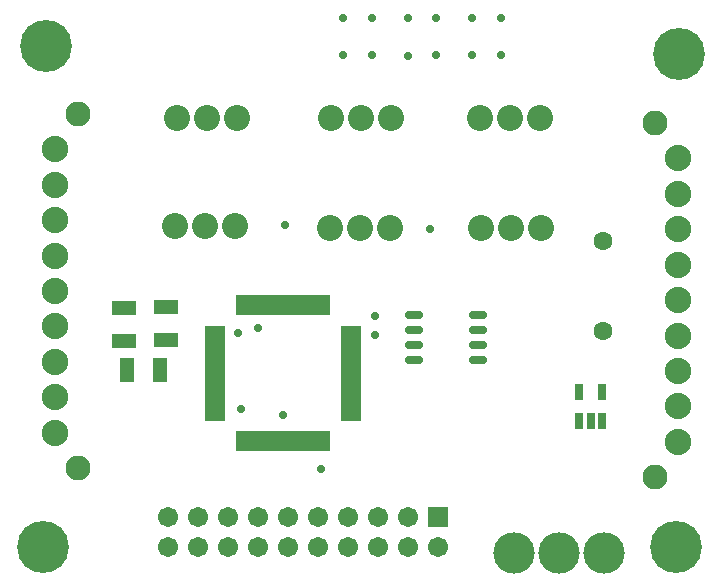
<source format=gts>
G04*
G04 #@! TF.GenerationSoftware,Altium Limited,Altium Designer,20.0.9 (164)*
G04*
G04 Layer_Color=8388736*
%FSLAX25Y25*%
%MOIN*%
G70*
G01*
G75*
%ADD25R,0.03162X0.05524*%
%ADD26O,0.06109X0.02762*%
%ADD27R,0.07965X0.04816*%
%ADD28R,0.06509X0.01981*%
%ADD29R,0.01981X0.06509*%
%ADD30R,0.04816X0.07965*%
%ADD31C,0.06312*%
%ADD32C,0.08674*%
%ADD33C,0.13800*%
%ADD34C,0.17300*%
%ADD35C,0.06706*%
%ADD36R,0.06706X0.06706*%
%ADD37C,0.08300*%
%ADD38C,0.08800*%
%ADD39C,0.02800*%
D25*
X189760Y64421D02*
D03*
X197240D02*
D03*
Y54579D02*
D03*
X193500D02*
D03*
X189760D02*
D03*
D26*
X134543Y75000D02*
D03*
Y80000D02*
D03*
Y85000D02*
D03*
Y90000D02*
D03*
X156000D02*
D03*
Y85000D02*
D03*
Y80000D02*
D03*
Y75000D02*
D03*
D27*
X38000Y92350D02*
D03*
Y81327D02*
D03*
X52000Y92512D02*
D03*
Y81488D02*
D03*
D28*
X68362Y85264D02*
D03*
Y83295D02*
D03*
Y81327D02*
D03*
Y79358D02*
D03*
Y77390D02*
D03*
Y75421D02*
D03*
Y73453D02*
D03*
Y71484D02*
D03*
Y69516D02*
D03*
Y67547D02*
D03*
Y65579D02*
D03*
Y63610D02*
D03*
Y61642D02*
D03*
Y59673D02*
D03*
Y57705D02*
D03*
Y55736D02*
D03*
X113638D02*
D03*
Y57705D02*
D03*
Y59673D02*
D03*
Y61642D02*
D03*
Y63610D02*
D03*
Y65579D02*
D03*
Y67547D02*
D03*
Y69516D02*
D03*
Y71484D02*
D03*
Y73453D02*
D03*
Y75421D02*
D03*
Y77390D02*
D03*
Y79358D02*
D03*
Y81327D02*
D03*
Y83295D02*
D03*
Y85264D02*
D03*
D29*
X76236Y47862D02*
D03*
X78205D02*
D03*
X80173D02*
D03*
X82142D02*
D03*
X84110D02*
D03*
X86079D02*
D03*
X88047D02*
D03*
X90016D02*
D03*
X91984D02*
D03*
X93953D02*
D03*
X95921D02*
D03*
X97890D02*
D03*
X99858D02*
D03*
X101827D02*
D03*
X103795D02*
D03*
X105764D02*
D03*
Y93138D02*
D03*
X103795D02*
D03*
X101827D02*
D03*
X99858D02*
D03*
X97890D02*
D03*
X95921D02*
D03*
X93953D02*
D03*
X91984D02*
D03*
X90016D02*
D03*
X88047D02*
D03*
X86079D02*
D03*
X84110D02*
D03*
X82142D02*
D03*
X80173D02*
D03*
X78205D02*
D03*
X76236D02*
D03*
D30*
X38988Y71500D02*
D03*
X50012D02*
D03*
D31*
X197500Y84500D02*
D03*
Y114500D02*
D03*
D32*
X55000Y119500D02*
D03*
X75000D02*
D03*
X65000D02*
D03*
X157000Y119000D02*
D03*
X177000D02*
D03*
X167000D02*
D03*
X106500D02*
D03*
X126500D02*
D03*
X116500D02*
D03*
X156500Y155500D02*
D03*
X176500D02*
D03*
X166500D02*
D03*
X55500D02*
D03*
X75500D02*
D03*
X65500D02*
D03*
X107000D02*
D03*
X127000D02*
D03*
X117000D02*
D03*
D33*
X168000Y10500D02*
D03*
X198000D02*
D03*
X183000D02*
D03*
D34*
X222000Y12500D02*
D03*
X11000D02*
D03*
X223000Y177000D02*
D03*
X12000Y179500D02*
D03*
D35*
X52500Y12500D02*
D03*
X62500D02*
D03*
X72500D02*
D03*
X82500D02*
D03*
X92500D02*
D03*
X102500D02*
D03*
X112500D02*
D03*
X122500D02*
D03*
X132500D02*
D03*
X142500D02*
D03*
X52500Y22500D02*
D03*
X62500D02*
D03*
X72500D02*
D03*
X82500D02*
D03*
X92500D02*
D03*
X102500D02*
D03*
X112500D02*
D03*
X122500D02*
D03*
X132500D02*
D03*
D36*
X142500D02*
D03*
D37*
X214783Y35823D02*
D03*
Y153933D02*
D03*
X22500Y157000D02*
D03*
Y38890D02*
D03*
D38*
X222500Y142122D02*
D03*
Y130311D02*
D03*
Y118500D02*
D03*
Y106689D02*
D03*
Y94878D02*
D03*
Y83067D02*
D03*
Y71256D02*
D03*
Y59445D02*
D03*
Y47634D02*
D03*
X14783Y50701D02*
D03*
Y62512D02*
D03*
Y74323D02*
D03*
Y86134D02*
D03*
Y97945D02*
D03*
Y109756D02*
D03*
Y121567D02*
D03*
Y133378D02*
D03*
Y145189D02*
D03*
D39*
X111000Y176500D02*
D03*
X76052Y84052D02*
D03*
X82500Y85500D02*
D03*
X77000Y58500D02*
D03*
X103500Y38500D02*
D03*
X132768Y176232D02*
D03*
X120500Y176500D02*
D03*
X132500Y189000D02*
D03*
X163500Y176500D02*
D03*
X154000Y189000D02*
D03*
X120500D02*
D03*
X142000D02*
D03*
Y176500D02*
D03*
X154000D02*
D03*
X163500Y189000D02*
D03*
X193500Y54579D02*
D03*
X134500Y90000D02*
D03*
X121705Y83295D02*
D03*
X121500Y89500D02*
D03*
X156000Y80000D02*
D03*
Y85000D02*
D03*
X134500Y75000D02*
D03*
X50000Y71500D02*
D03*
X39000D02*
D03*
X37500Y81500D02*
D03*
X52000D02*
D03*
X37500Y92500D02*
D03*
X52000D02*
D03*
X140000Y118500D02*
D03*
X91500Y120000D02*
D03*
X111000Y189000D02*
D03*
X91000Y56500D02*
D03*
M02*

</source>
